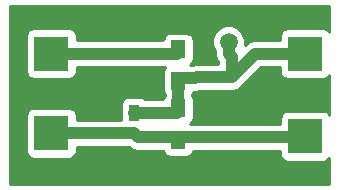
<source format=gbr>
G04 #@! TF.FileFunction,Copper,L1,Top,Signal*
%FSLAX45Y45*%
G04 Gerber Fmt 4.5, Leading zero omitted, Abs format (unit mm)*
G04 Created by KiCad (PCBNEW 4.0.7) date 02/07/18 19:58:28*
%MOMM*%
%LPD*%
G01*
G04 APERTURE LIST*
%ADD10C,0.100000*%
%ADD11R,3.000000X3.000000*%
%ADD12R,0.889000X1.397000*%
%ADD13R,0.762000X0.863600*%
%ADD14C,1.500000*%
%ADD15R,1.300000X1.500000*%
%ADD16C,1.000000*%
%ADD17C,0.254000*%
G04 APERTURE END LIST*
D10*
D11*
X16475000Y-10925000D03*
D12*
X15025000Y-10725070D03*
D13*
X15025000Y-10901600D03*
D11*
X14325000Y-10225000D03*
X14325000Y-10900000D03*
X16475000Y-10225000D03*
D14*
X15825000Y-10125000D03*
D15*
X15400000Y-10190000D03*
X15400000Y-10460000D03*
X15400000Y-10690000D03*
X15400000Y-10960000D03*
D16*
X15825000Y-10125000D02*
X15825000Y-10231066D01*
X15825000Y-10231066D02*
X15850000Y-10256066D01*
X15850000Y-10256066D02*
X15850000Y-10425000D01*
X15850000Y-10425000D02*
X16050000Y-10225000D01*
X16050000Y-10225000D02*
X16475000Y-10225000D01*
X15555000Y-10425000D02*
X15850000Y-10425000D01*
X15400000Y-10435000D02*
X15545000Y-10435000D01*
X15545000Y-10435000D02*
X15555000Y-10425000D01*
X15025000Y-10725070D02*
X15389930Y-10725070D01*
X15389930Y-10725070D02*
X15400000Y-10715000D01*
X15400000Y-10435000D02*
X15400000Y-10715000D01*
X15400000Y-10935000D02*
X16465000Y-10935000D01*
X16465000Y-10935000D02*
X16475000Y-10925000D01*
X15025000Y-10901600D02*
X14326600Y-10901600D01*
X14326600Y-10901600D02*
X14325000Y-10900000D01*
X15400000Y-10935000D02*
X15058400Y-10935000D01*
X15058400Y-10935000D02*
X15025000Y-10901600D01*
X14325000Y-10225000D02*
X15390000Y-10225000D01*
X15390000Y-10225000D02*
X15400000Y-10215000D01*
D17*
G36*
X16679000Y-10041653D02*
X16671409Y-10029856D01*
X16650189Y-10015357D01*
X16625000Y-10010256D01*
X16325000Y-10010256D01*
X16301468Y-10014684D01*
X16279856Y-10028591D01*
X16265357Y-10049811D01*
X16260256Y-10075000D01*
X16260256Y-10111500D01*
X16050000Y-10111500D01*
X16006565Y-10120140D01*
X15973002Y-10142566D01*
X15969743Y-10144743D01*
X15963477Y-10151010D01*
X15963524Y-10097572D01*
X15942483Y-10046649D01*
X15903556Y-10007654D01*
X15852670Y-9986524D01*
X15797571Y-9986476D01*
X15746648Y-10007517D01*
X15707654Y-10046444D01*
X15686524Y-10097330D01*
X15686476Y-10152429D01*
X15707517Y-10203352D01*
X15711500Y-10207342D01*
X15711500Y-10231066D01*
X15720140Y-10274501D01*
X15736500Y-10298986D01*
X15736500Y-10311500D01*
X15555000Y-10311500D01*
X15511565Y-10320140D01*
X15509530Y-10321500D01*
X15494462Y-10321500D01*
X15510144Y-10311409D01*
X15524643Y-10290189D01*
X15529744Y-10265000D01*
X15529744Y-10115000D01*
X15525316Y-10091468D01*
X15511409Y-10069856D01*
X15490189Y-10055357D01*
X15465000Y-10050256D01*
X15335000Y-10050256D01*
X15311468Y-10054684D01*
X15289856Y-10068591D01*
X15275357Y-10089811D01*
X15270965Y-10111500D01*
X14539744Y-10111500D01*
X14539744Y-10075000D01*
X14535316Y-10051468D01*
X14521409Y-10029856D01*
X14500189Y-10015357D01*
X14475000Y-10010256D01*
X14175000Y-10010256D01*
X14151468Y-10014684D01*
X14129856Y-10028591D01*
X14115357Y-10049811D01*
X14110256Y-10075000D01*
X14110256Y-10375000D01*
X14114684Y-10398532D01*
X14128591Y-10420144D01*
X14149811Y-10434643D01*
X14175000Y-10439744D01*
X14475000Y-10439744D01*
X14498532Y-10435316D01*
X14520144Y-10421409D01*
X14534643Y-10400189D01*
X14539744Y-10375000D01*
X14539744Y-10338500D01*
X15289997Y-10338500D01*
X15289856Y-10338591D01*
X15275357Y-10359811D01*
X15270256Y-10385000D01*
X15270256Y-10535000D01*
X15274684Y-10558532D01*
X15285376Y-10575148D01*
X15275357Y-10589811D01*
X15270951Y-10611570D01*
X15116820Y-10611570D01*
X15115859Y-10610076D01*
X15094639Y-10595577D01*
X15069450Y-10590476D01*
X14980550Y-10590476D01*
X14957018Y-10594904D01*
X14935406Y-10608811D01*
X14920907Y-10630031D01*
X14915806Y-10655220D01*
X14915806Y-10703422D01*
X14911500Y-10725070D01*
X14915806Y-10746718D01*
X14915806Y-10788100D01*
X14539744Y-10788100D01*
X14539744Y-10750000D01*
X14535316Y-10726468D01*
X14521409Y-10704856D01*
X14500189Y-10690357D01*
X14475000Y-10685256D01*
X14175000Y-10685256D01*
X14151468Y-10689684D01*
X14129856Y-10703591D01*
X14115357Y-10724811D01*
X14110256Y-10750000D01*
X14110256Y-11050000D01*
X14114684Y-11073532D01*
X14128591Y-11095144D01*
X14149811Y-11109643D01*
X14175000Y-11114744D01*
X14475000Y-11114744D01*
X14498532Y-11110316D01*
X14520144Y-11096409D01*
X14534643Y-11075189D01*
X14539744Y-11050000D01*
X14539744Y-11015100D01*
X14977987Y-11015100D01*
X14978143Y-11015257D01*
X15014965Y-11039860D01*
X15058400Y-11048500D01*
X15272796Y-11048500D01*
X15274684Y-11058532D01*
X15288591Y-11080144D01*
X15309811Y-11094643D01*
X15335000Y-11099744D01*
X15465000Y-11099744D01*
X15488532Y-11095316D01*
X15510144Y-11081409D01*
X15524643Y-11060189D01*
X15527010Y-11048500D01*
X16260256Y-11048500D01*
X16260256Y-11075000D01*
X16264684Y-11098532D01*
X16278591Y-11120144D01*
X16299811Y-11134643D01*
X16325000Y-11139744D01*
X16625000Y-11139744D01*
X16648532Y-11135316D01*
X16670144Y-11121409D01*
X16679000Y-11108448D01*
X16679000Y-11329000D01*
X13971000Y-11329000D01*
X13971000Y-9821000D01*
X16679000Y-9821000D01*
X16679000Y-10041653D01*
X16679000Y-10041653D01*
G37*
X16679000Y-10041653D02*
X16671409Y-10029856D01*
X16650189Y-10015357D01*
X16625000Y-10010256D01*
X16325000Y-10010256D01*
X16301468Y-10014684D01*
X16279856Y-10028591D01*
X16265357Y-10049811D01*
X16260256Y-10075000D01*
X16260256Y-10111500D01*
X16050000Y-10111500D01*
X16006565Y-10120140D01*
X15973002Y-10142566D01*
X15969743Y-10144743D01*
X15963477Y-10151010D01*
X15963524Y-10097572D01*
X15942483Y-10046649D01*
X15903556Y-10007654D01*
X15852670Y-9986524D01*
X15797571Y-9986476D01*
X15746648Y-10007517D01*
X15707654Y-10046444D01*
X15686524Y-10097330D01*
X15686476Y-10152429D01*
X15707517Y-10203352D01*
X15711500Y-10207342D01*
X15711500Y-10231066D01*
X15720140Y-10274501D01*
X15736500Y-10298986D01*
X15736500Y-10311500D01*
X15555000Y-10311500D01*
X15511565Y-10320140D01*
X15509530Y-10321500D01*
X15494462Y-10321500D01*
X15510144Y-10311409D01*
X15524643Y-10290189D01*
X15529744Y-10265000D01*
X15529744Y-10115000D01*
X15525316Y-10091468D01*
X15511409Y-10069856D01*
X15490189Y-10055357D01*
X15465000Y-10050256D01*
X15335000Y-10050256D01*
X15311468Y-10054684D01*
X15289856Y-10068591D01*
X15275357Y-10089811D01*
X15270965Y-10111500D01*
X14539744Y-10111500D01*
X14539744Y-10075000D01*
X14535316Y-10051468D01*
X14521409Y-10029856D01*
X14500189Y-10015357D01*
X14475000Y-10010256D01*
X14175000Y-10010256D01*
X14151468Y-10014684D01*
X14129856Y-10028591D01*
X14115357Y-10049811D01*
X14110256Y-10075000D01*
X14110256Y-10375000D01*
X14114684Y-10398532D01*
X14128591Y-10420144D01*
X14149811Y-10434643D01*
X14175000Y-10439744D01*
X14475000Y-10439744D01*
X14498532Y-10435316D01*
X14520144Y-10421409D01*
X14534643Y-10400189D01*
X14539744Y-10375000D01*
X14539744Y-10338500D01*
X15289997Y-10338500D01*
X15289856Y-10338591D01*
X15275357Y-10359811D01*
X15270256Y-10385000D01*
X15270256Y-10535000D01*
X15274684Y-10558532D01*
X15285376Y-10575148D01*
X15275357Y-10589811D01*
X15270951Y-10611570D01*
X15116820Y-10611570D01*
X15115859Y-10610076D01*
X15094639Y-10595577D01*
X15069450Y-10590476D01*
X14980550Y-10590476D01*
X14957018Y-10594904D01*
X14935406Y-10608811D01*
X14920907Y-10630031D01*
X14915806Y-10655220D01*
X14915806Y-10703422D01*
X14911500Y-10725070D01*
X14915806Y-10746718D01*
X14915806Y-10788100D01*
X14539744Y-10788100D01*
X14539744Y-10750000D01*
X14535316Y-10726468D01*
X14521409Y-10704856D01*
X14500189Y-10690357D01*
X14475000Y-10685256D01*
X14175000Y-10685256D01*
X14151468Y-10689684D01*
X14129856Y-10703591D01*
X14115357Y-10724811D01*
X14110256Y-10750000D01*
X14110256Y-11050000D01*
X14114684Y-11073532D01*
X14128591Y-11095144D01*
X14149811Y-11109643D01*
X14175000Y-11114744D01*
X14475000Y-11114744D01*
X14498532Y-11110316D01*
X14520144Y-11096409D01*
X14534643Y-11075189D01*
X14539744Y-11050000D01*
X14539744Y-11015100D01*
X14977987Y-11015100D01*
X14978143Y-11015257D01*
X15014965Y-11039860D01*
X15058400Y-11048500D01*
X15272796Y-11048500D01*
X15274684Y-11058532D01*
X15288591Y-11080144D01*
X15309811Y-11094643D01*
X15335000Y-11099744D01*
X15465000Y-11099744D01*
X15488532Y-11095316D01*
X15510144Y-11081409D01*
X15524643Y-11060189D01*
X15527010Y-11048500D01*
X16260256Y-11048500D01*
X16260256Y-11075000D01*
X16264684Y-11098532D01*
X16278591Y-11120144D01*
X16299811Y-11134643D01*
X16325000Y-11139744D01*
X16625000Y-11139744D01*
X16648532Y-11135316D01*
X16670144Y-11121409D01*
X16679000Y-11108448D01*
X16679000Y-11329000D01*
X13971000Y-11329000D01*
X13971000Y-9821000D01*
X16679000Y-9821000D01*
X16679000Y-10041653D01*
G36*
X16260256Y-10375000D02*
X16264684Y-10398532D01*
X16278591Y-10420144D01*
X16299811Y-10434643D01*
X16325000Y-10439744D01*
X16625000Y-10439744D01*
X16648532Y-10435316D01*
X16670144Y-10421409D01*
X16679000Y-10408448D01*
X16679000Y-10741653D01*
X16671409Y-10729856D01*
X16650189Y-10715357D01*
X16625000Y-10710256D01*
X16325000Y-10710256D01*
X16301468Y-10714684D01*
X16279856Y-10728591D01*
X16265357Y-10749811D01*
X16260256Y-10775000D01*
X16260256Y-10821500D01*
X15494462Y-10821500D01*
X15510144Y-10811409D01*
X15524643Y-10790189D01*
X15529744Y-10765000D01*
X15529744Y-10615000D01*
X15525316Y-10591468D01*
X15514624Y-10574852D01*
X15524643Y-10560189D01*
X15527010Y-10548500D01*
X15545000Y-10548500D01*
X15588435Y-10539860D01*
X15590470Y-10538500D01*
X15850000Y-10538500D01*
X15893435Y-10529860D01*
X15930257Y-10505257D01*
X16097013Y-10338500D01*
X16260256Y-10338500D01*
X16260256Y-10375000D01*
X16260256Y-10375000D01*
G37*
X16260256Y-10375000D02*
X16264684Y-10398532D01*
X16278591Y-10420144D01*
X16299811Y-10434643D01*
X16325000Y-10439744D01*
X16625000Y-10439744D01*
X16648532Y-10435316D01*
X16670144Y-10421409D01*
X16679000Y-10408448D01*
X16679000Y-10741653D01*
X16671409Y-10729856D01*
X16650189Y-10715357D01*
X16625000Y-10710256D01*
X16325000Y-10710256D01*
X16301468Y-10714684D01*
X16279856Y-10728591D01*
X16265357Y-10749811D01*
X16260256Y-10775000D01*
X16260256Y-10821500D01*
X15494462Y-10821500D01*
X15510144Y-10811409D01*
X15524643Y-10790189D01*
X15529744Y-10765000D01*
X15529744Y-10615000D01*
X15525316Y-10591468D01*
X15514624Y-10574852D01*
X15524643Y-10560189D01*
X15527010Y-10548500D01*
X15545000Y-10548500D01*
X15588435Y-10539860D01*
X15590470Y-10538500D01*
X15850000Y-10538500D01*
X15893435Y-10529860D01*
X15930257Y-10505257D01*
X16097013Y-10338500D01*
X16260256Y-10338500D01*
X16260256Y-10375000D01*
M02*

</source>
